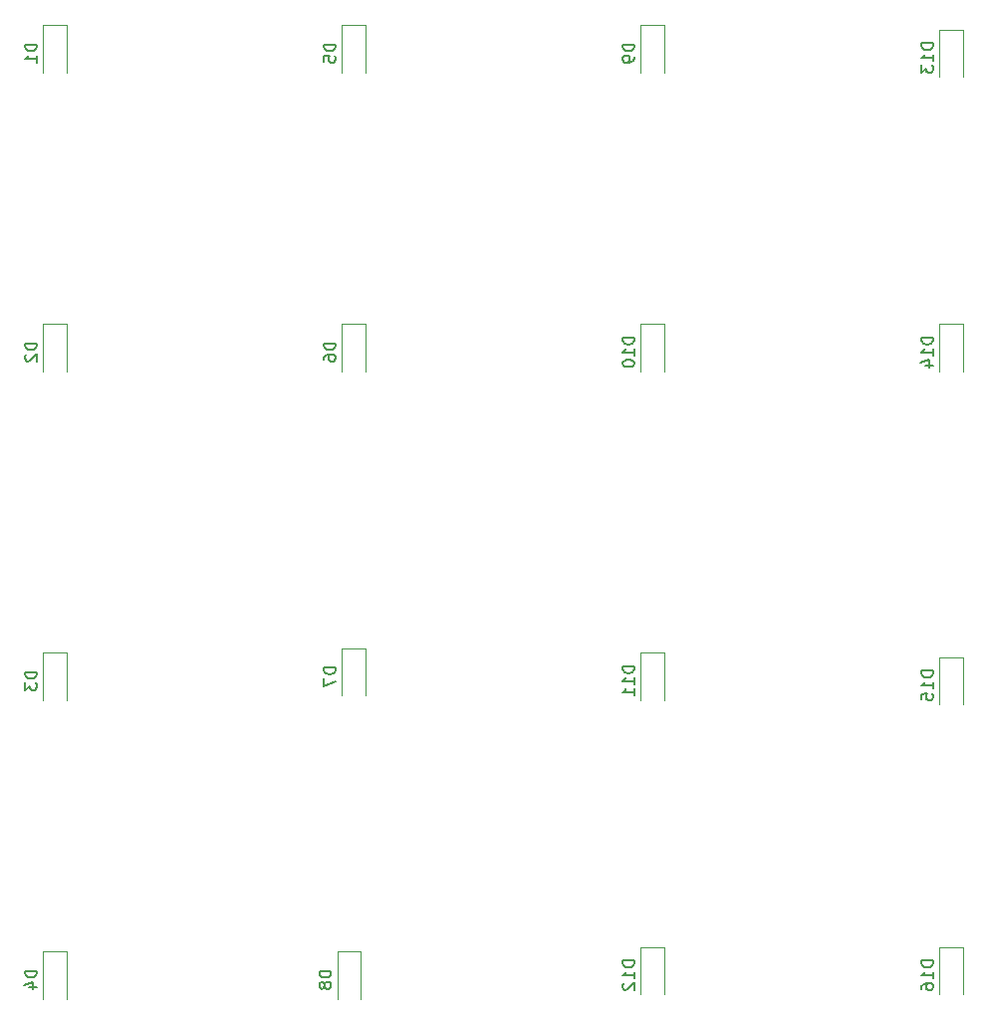
<source format=gbr>
%TF.GenerationSoftware,KiCad,Pcbnew,7.0.9-7.0.9~ubuntu22.04.1*%
%TF.CreationDate,2023-12-14T14:55:04+01:00*%
%TF.ProjectId,odooPad,6f646f6f-5061-4642-9e6b-696361645f70,rev?*%
%TF.SameCoordinates,Original*%
%TF.FileFunction,Legend,Bot*%
%TF.FilePolarity,Positive*%
%FSLAX46Y46*%
G04 Gerber Fmt 4.6, Leading zero omitted, Abs format (unit mm)*
G04 Created by KiCad (PCBNEW 7.0.9-7.0.9~ubuntu22.04.1) date 2023-12-14 14:55:04*
%MOMM*%
%LPD*%
G01*
G04 APERTURE LIST*
%ADD10C,0.150000*%
%ADD11C,0.120000*%
G04 APERTURE END LIST*
D10*
X143234819Y-50061905D02*
X142234819Y-50061905D01*
X142234819Y-50061905D02*
X142234819Y-50300000D01*
X142234819Y-50300000D02*
X142282438Y-50442857D01*
X142282438Y-50442857D02*
X142377676Y-50538095D01*
X142377676Y-50538095D02*
X142472914Y-50585714D01*
X142472914Y-50585714D02*
X142663390Y-50633333D01*
X142663390Y-50633333D02*
X142806247Y-50633333D01*
X142806247Y-50633333D02*
X142996723Y-50585714D01*
X142996723Y-50585714D02*
X143091961Y-50538095D01*
X143091961Y-50538095D02*
X143187200Y-50442857D01*
X143187200Y-50442857D02*
X143234819Y-50300000D01*
X143234819Y-50300000D02*
X143234819Y-50061905D01*
X143234819Y-51109524D02*
X143234819Y-51300000D01*
X143234819Y-51300000D02*
X143187200Y-51395238D01*
X143187200Y-51395238D02*
X143139580Y-51442857D01*
X143139580Y-51442857D02*
X142996723Y-51538095D01*
X142996723Y-51538095D02*
X142806247Y-51585714D01*
X142806247Y-51585714D02*
X142425295Y-51585714D01*
X142425295Y-51585714D02*
X142330057Y-51538095D01*
X142330057Y-51538095D02*
X142282438Y-51490476D01*
X142282438Y-51490476D02*
X142234819Y-51395238D01*
X142234819Y-51395238D02*
X142234819Y-51204762D01*
X142234819Y-51204762D02*
X142282438Y-51109524D01*
X142282438Y-51109524D02*
X142330057Y-51061905D01*
X142330057Y-51061905D02*
X142425295Y-51014286D01*
X142425295Y-51014286D02*
X142663390Y-51014286D01*
X142663390Y-51014286D02*
X142758628Y-51061905D01*
X142758628Y-51061905D02*
X142806247Y-51109524D01*
X142806247Y-51109524D02*
X142853866Y-51204762D01*
X142853866Y-51204762D02*
X142853866Y-51395238D01*
X142853866Y-51395238D02*
X142806247Y-51490476D01*
X142806247Y-51490476D02*
X142758628Y-51538095D01*
X142758628Y-51538095D02*
X142663390Y-51585714D01*
X117834819Y-75461905D02*
X116834819Y-75461905D01*
X116834819Y-75461905D02*
X116834819Y-75700000D01*
X116834819Y-75700000D02*
X116882438Y-75842857D01*
X116882438Y-75842857D02*
X116977676Y-75938095D01*
X116977676Y-75938095D02*
X117072914Y-75985714D01*
X117072914Y-75985714D02*
X117263390Y-76033333D01*
X117263390Y-76033333D02*
X117406247Y-76033333D01*
X117406247Y-76033333D02*
X117596723Y-75985714D01*
X117596723Y-75985714D02*
X117691961Y-75938095D01*
X117691961Y-75938095D02*
X117787200Y-75842857D01*
X117787200Y-75842857D02*
X117834819Y-75700000D01*
X117834819Y-75700000D02*
X117834819Y-75461905D01*
X116834819Y-76890476D02*
X116834819Y-76700000D01*
X116834819Y-76700000D02*
X116882438Y-76604762D01*
X116882438Y-76604762D02*
X116930057Y-76557143D01*
X116930057Y-76557143D02*
X117072914Y-76461905D01*
X117072914Y-76461905D02*
X117263390Y-76414286D01*
X117263390Y-76414286D02*
X117644342Y-76414286D01*
X117644342Y-76414286D02*
X117739580Y-76461905D01*
X117739580Y-76461905D02*
X117787200Y-76509524D01*
X117787200Y-76509524D02*
X117834819Y-76604762D01*
X117834819Y-76604762D02*
X117834819Y-76795238D01*
X117834819Y-76795238D02*
X117787200Y-76890476D01*
X117787200Y-76890476D02*
X117739580Y-76938095D01*
X117739580Y-76938095D02*
X117644342Y-76985714D01*
X117644342Y-76985714D02*
X117406247Y-76985714D01*
X117406247Y-76985714D02*
X117311009Y-76938095D01*
X117311009Y-76938095D02*
X117263390Y-76890476D01*
X117263390Y-76890476D02*
X117215771Y-76795238D01*
X117215771Y-76795238D02*
X117215771Y-76604762D01*
X117215771Y-76604762D02*
X117263390Y-76509524D01*
X117263390Y-76509524D02*
X117311009Y-76461905D01*
X117311009Y-76461905D02*
X117406247Y-76414286D01*
X92434819Y-103401905D02*
X91434819Y-103401905D01*
X91434819Y-103401905D02*
X91434819Y-103640000D01*
X91434819Y-103640000D02*
X91482438Y-103782857D01*
X91482438Y-103782857D02*
X91577676Y-103878095D01*
X91577676Y-103878095D02*
X91672914Y-103925714D01*
X91672914Y-103925714D02*
X91863390Y-103973333D01*
X91863390Y-103973333D02*
X92006247Y-103973333D01*
X92006247Y-103973333D02*
X92196723Y-103925714D01*
X92196723Y-103925714D02*
X92291961Y-103878095D01*
X92291961Y-103878095D02*
X92387200Y-103782857D01*
X92387200Y-103782857D02*
X92434819Y-103640000D01*
X92434819Y-103640000D02*
X92434819Y-103401905D01*
X91434819Y-104306667D02*
X91434819Y-104925714D01*
X91434819Y-104925714D02*
X91815771Y-104592381D01*
X91815771Y-104592381D02*
X91815771Y-104735238D01*
X91815771Y-104735238D02*
X91863390Y-104830476D01*
X91863390Y-104830476D02*
X91911009Y-104878095D01*
X91911009Y-104878095D02*
X92006247Y-104925714D01*
X92006247Y-104925714D02*
X92244342Y-104925714D01*
X92244342Y-104925714D02*
X92339580Y-104878095D01*
X92339580Y-104878095D02*
X92387200Y-104830476D01*
X92387200Y-104830476D02*
X92434819Y-104735238D01*
X92434819Y-104735238D02*
X92434819Y-104449524D01*
X92434819Y-104449524D02*
X92387200Y-104354286D01*
X92387200Y-104354286D02*
X92339580Y-104306667D01*
X168634819Y-103305714D02*
X167634819Y-103305714D01*
X167634819Y-103305714D02*
X167634819Y-103543809D01*
X167634819Y-103543809D02*
X167682438Y-103686666D01*
X167682438Y-103686666D02*
X167777676Y-103781904D01*
X167777676Y-103781904D02*
X167872914Y-103829523D01*
X167872914Y-103829523D02*
X168063390Y-103877142D01*
X168063390Y-103877142D02*
X168206247Y-103877142D01*
X168206247Y-103877142D02*
X168396723Y-103829523D01*
X168396723Y-103829523D02*
X168491961Y-103781904D01*
X168491961Y-103781904D02*
X168587200Y-103686666D01*
X168587200Y-103686666D02*
X168634819Y-103543809D01*
X168634819Y-103543809D02*
X168634819Y-103305714D01*
X168634819Y-104829523D02*
X168634819Y-104258095D01*
X168634819Y-104543809D02*
X167634819Y-104543809D01*
X167634819Y-104543809D02*
X167777676Y-104448571D01*
X167777676Y-104448571D02*
X167872914Y-104353333D01*
X167872914Y-104353333D02*
X167920533Y-104258095D01*
X167634819Y-105734285D02*
X167634819Y-105258095D01*
X167634819Y-105258095D02*
X168111009Y-105210476D01*
X168111009Y-105210476D02*
X168063390Y-105258095D01*
X168063390Y-105258095D02*
X168015771Y-105353333D01*
X168015771Y-105353333D02*
X168015771Y-105591428D01*
X168015771Y-105591428D02*
X168063390Y-105686666D01*
X168063390Y-105686666D02*
X168111009Y-105734285D01*
X168111009Y-105734285D02*
X168206247Y-105781904D01*
X168206247Y-105781904D02*
X168444342Y-105781904D01*
X168444342Y-105781904D02*
X168539580Y-105734285D01*
X168539580Y-105734285D02*
X168587200Y-105686666D01*
X168587200Y-105686666D02*
X168634819Y-105591428D01*
X168634819Y-105591428D02*
X168634819Y-105353333D01*
X168634819Y-105353333D02*
X168587200Y-105258095D01*
X168587200Y-105258095D02*
X168539580Y-105210476D01*
X117834819Y-50061905D02*
X116834819Y-50061905D01*
X116834819Y-50061905D02*
X116834819Y-50300000D01*
X116834819Y-50300000D02*
X116882438Y-50442857D01*
X116882438Y-50442857D02*
X116977676Y-50538095D01*
X116977676Y-50538095D02*
X117072914Y-50585714D01*
X117072914Y-50585714D02*
X117263390Y-50633333D01*
X117263390Y-50633333D02*
X117406247Y-50633333D01*
X117406247Y-50633333D02*
X117596723Y-50585714D01*
X117596723Y-50585714D02*
X117691961Y-50538095D01*
X117691961Y-50538095D02*
X117787200Y-50442857D01*
X117787200Y-50442857D02*
X117834819Y-50300000D01*
X117834819Y-50300000D02*
X117834819Y-50061905D01*
X116834819Y-51538095D02*
X116834819Y-51061905D01*
X116834819Y-51061905D02*
X117311009Y-51014286D01*
X117311009Y-51014286D02*
X117263390Y-51061905D01*
X117263390Y-51061905D02*
X117215771Y-51157143D01*
X117215771Y-51157143D02*
X117215771Y-51395238D01*
X117215771Y-51395238D02*
X117263390Y-51490476D01*
X117263390Y-51490476D02*
X117311009Y-51538095D01*
X117311009Y-51538095D02*
X117406247Y-51585714D01*
X117406247Y-51585714D02*
X117644342Y-51585714D01*
X117644342Y-51585714D02*
X117739580Y-51538095D01*
X117739580Y-51538095D02*
X117787200Y-51490476D01*
X117787200Y-51490476D02*
X117834819Y-51395238D01*
X117834819Y-51395238D02*
X117834819Y-51157143D01*
X117834819Y-51157143D02*
X117787200Y-51061905D01*
X117787200Y-51061905D02*
X117739580Y-51014286D01*
X143234819Y-74985714D02*
X142234819Y-74985714D01*
X142234819Y-74985714D02*
X142234819Y-75223809D01*
X142234819Y-75223809D02*
X142282438Y-75366666D01*
X142282438Y-75366666D02*
X142377676Y-75461904D01*
X142377676Y-75461904D02*
X142472914Y-75509523D01*
X142472914Y-75509523D02*
X142663390Y-75557142D01*
X142663390Y-75557142D02*
X142806247Y-75557142D01*
X142806247Y-75557142D02*
X142996723Y-75509523D01*
X142996723Y-75509523D02*
X143091961Y-75461904D01*
X143091961Y-75461904D02*
X143187200Y-75366666D01*
X143187200Y-75366666D02*
X143234819Y-75223809D01*
X143234819Y-75223809D02*
X143234819Y-74985714D01*
X143234819Y-76509523D02*
X143234819Y-75938095D01*
X143234819Y-76223809D02*
X142234819Y-76223809D01*
X142234819Y-76223809D02*
X142377676Y-76128571D01*
X142377676Y-76128571D02*
X142472914Y-76033333D01*
X142472914Y-76033333D02*
X142520533Y-75938095D01*
X142234819Y-77128571D02*
X142234819Y-77223809D01*
X142234819Y-77223809D02*
X142282438Y-77319047D01*
X142282438Y-77319047D02*
X142330057Y-77366666D01*
X142330057Y-77366666D02*
X142425295Y-77414285D01*
X142425295Y-77414285D02*
X142615771Y-77461904D01*
X142615771Y-77461904D02*
X142853866Y-77461904D01*
X142853866Y-77461904D02*
X143044342Y-77414285D01*
X143044342Y-77414285D02*
X143139580Y-77366666D01*
X143139580Y-77366666D02*
X143187200Y-77319047D01*
X143187200Y-77319047D02*
X143234819Y-77223809D01*
X143234819Y-77223809D02*
X143234819Y-77128571D01*
X143234819Y-77128571D02*
X143187200Y-77033333D01*
X143187200Y-77033333D02*
X143139580Y-76985714D01*
X143139580Y-76985714D02*
X143044342Y-76938095D01*
X143044342Y-76938095D02*
X142853866Y-76890476D01*
X142853866Y-76890476D02*
X142615771Y-76890476D01*
X142615771Y-76890476D02*
X142425295Y-76938095D01*
X142425295Y-76938095D02*
X142330057Y-76985714D01*
X142330057Y-76985714D02*
X142282438Y-77033333D01*
X142282438Y-77033333D02*
X142234819Y-77128571D01*
X168634819Y-127945714D02*
X167634819Y-127945714D01*
X167634819Y-127945714D02*
X167634819Y-128183809D01*
X167634819Y-128183809D02*
X167682438Y-128326666D01*
X167682438Y-128326666D02*
X167777676Y-128421904D01*
X167777676Y-128421904D02*
X167872914Y-128469523D01*
X167872914Y-128469523D02*
X168063390Y-128517142D01*
X168063390Y-128517142D02*
X168206247Y-128517142D01*
X168206247Y-128517142D02*
X168396723Y-128469523D01*
X168396723Y-128469523D02*
X168491961Y-128421904D01*
X168491961Y-128421904D02*
X168587200Y-128326666D01*
X168587200Y-128326666D02*
X168634819Y-128183809D01*
X168634819Y-128183809D02*
X168634819Y-127945714D01*
X168634819Y-129469523D02*
X168634819Y-128898095D01*
X168634819Y-129183809D02*
X167634819Y-129183809D01*
X167634819Y-129183809D02*
X167777676Y-129088571D01*
X167777676Y-129088571D02*
X167872914Y-128993333D01*
X167872914Y-128993333D02*
X167920533Y-128898095D01*
X167634819Y-130326666D02*
X167634819Y-130136190D01*
X167634819Y-130136190D02*
X167682438Y-130040952D01*
X167682438Y-130040952D02*
X167730057Y-129993333D01*
X167730057Y-129993333D02*
X167872914Y-129898095D01*
X167872914Y-129898095D02*
X168063390Y-129850476D01*
X168063390Y-129850476D02*
X168444342Y-129850476D01*
X168444342Y-129850476D02*
X168539580Y-129898095D01*
X168539580Y-129898095D02*
X168587200Y-129945714D01*
X168587200Y-129945714D02*
X168634819Y-130040952D01*
X168634819Y-130040952D02*
X168634819Y-130231428D01*
X168634819Y-130231428D02*
X168587200Y-130326666D01*
X168587200Y-130326666D02*
X168539580Y-130374285D01*
X168539580Y-130374285D02*
X168444342Y-130421904D01*
X168444342Y-130421904D02*
X168206247Y-130421904D01*
X168206247Y-130421904D02*
X168111009Y-130374285D01*
X168111009Y-130374285D02*
X168063390Y-130326666D01*
X168063390Y-130326666D02*
X168015771Y-130231428D01*
X168015771Y-130231428D02*
X168015771Y-130040952D01*
X168015771Y-130040952D02*
X168063390Y-129945714D01*
X168063390Y-129945714D02*
X168111009Y-129898095D01*
X168111009Y-129898095D02*
X168206247Y-129850476D01*
X117454819Y-128801905D02*
X116454819Y-128801905D01*
X116454819Y-128801905D02*
X116454819Y-129040000D01*
X116454819Y-129040000D02*
X116502438Y-129182857D01*
X116502438Y-129182857D02*
X116597676Y-129278095D01*
X116597676Y-129278095D02*
X116692914Y-129325714D01*
X116692914Y-129325714D02*
X116883390Y-129373333D01*
X116883390Y-129373333D02*
X117026247Y-129373333D01*
X117026247Y-129373333D02*
X117216723Y-129325714D01*
X117216723Y-129325714D02*
X117311961Y-129278095D01*
X117311961Y-129278095D02*
X117407200Y-129182857D01*
X117407200Y-129182857D02*
X117454819Y-129040000D01*
X117454819Y-129040000D02*
X117454819Y-128801905D01*
X116883390Y-129944762D02*
X116835771Y-129849524D01*
X116835771Y-129849524D02*
X116788152Y-129801905D01*
X116788152Y-129801905D02*
X116692914Y-129754286D01*
X116692914Y-129754286D02*
X116645295Y-129754286D01*
X116645295Y-129754286D02*
X116550057Y-129801905D01*
X116550057Y-129801905D02*
X116502438Y-129849524D01*
X116502438Y-129849524D02*
X116454819Y-129944762D01*
X116454819Y-129944762D02*
X116454819Y-130135238D01*
X116454819Y-130135238D02*
X116502438Y-130230476D01*
X116502438Y-130230476D02*
X116550057Y-130278095D01*
X116550057Y-130278095D02*
X116645295Y-130325714D01*
X116645295Y-130325714D02*
X116692914Y-130325714D01*
X116692914Y-130325714D02*
X116788152Y-130278095D01*
X116788152Y-130278095D02*
X116835771Y-130230476D01*
X116835771Y-130230476D02*
X116883390Y-130135238D01*
X116883390Y-130135238D02*
X116883390Y-129944762D01*
X116883390Y-129944762D02*
X116931009Y-129849524D01*
X116931009Y-129849524D02*
X116978628Y-129801905D01*
X116978628Y-129801905D02*
X117073866Y-129754286D01*
X117073866Y-129754286D02*
X117264342Y-129754286D01*
X117264342Y-129754286D02*
X117359580Y-129801905D01*
X117359580Y-129801905D02*
X117407200Y-129849524D01*
X117407200Y-129849524D02*
X117454819Y-129944762D01*
X117454819Y-129944762D02*
X117454819Y-130135238D01*
X117454819Y-130135238D02*
X117407200Y-130230476D01*
X117407200Y-130230476D02*
X117359580Y-130278095D01*
X117359580Y-130278095D02*
X117264342Y-130325714D01*
X117264342Y-130325714D02*
X117073866Y-130325714D01*
X117073866Y-130325714D02*
X116978628Y-130278095D01*
X116978628Y-130278095D02*
X116931009Y-130230476D01*
X116931009Y-130230476D02*
X116883390Y-130135238D01*
X143234819Y-102925714D02*
X142234819Y-102925714D01*
X142234819Y-102925714D02*
X142234819Y-103163809D01*
X142234819Y-103163809D02*
X142282438Y-103306666D01*
X142282438Y-103306666D02*
X142377676Y-103401904D01*
X142377676Y-103401904D02*
X142472914Y-103449523D01*
X142472914Y-103449523D02*
X142663390Y-103497142D01*
X142663390Y-103497142D02*
X142806247Y-103497142D01*
X142806247Y-103497142D02*
X142996723Y-103449523D01*
X142996723Y-103449523D02*
X143091961Y-103401904D01*
X143091961Y-103401904D02*
X143187200Y-103306666D01*
X143187200Y-103306666D02*
X143234819Y-103163809D01*
X143234819Y-103163809D02*
X143234819Y-102925714D01*
X143234819Y-104449523D02*
X143234819Y-103878095D01*
X143234819Y-104163809D02*
X142234819Y-104163809D01*
X142234819Y-104163809D02*
X142377676Y-104068571D01*
X142377676Y-104068571D02*
X142472914Y-103973333D01*
X142472914Y-103973333D02*
X142520533Y-103878095D01*
X143234819Y-105401904D02*
X143234819Y-104830476D01*
X143234819Y-105116190D02*
X142234819Y-105116190D01*
X142234819Y-105116190D02*
X142377676Y-105020952D01*
X142377676Y-105020952D02*
X142472914Y-104925714D01*
X142472914Y-104925714D02*
X142520533Y-104830476D01*
X92434819Y-50061905D02*
X91434819Y-50061905D01*
X91434819Y-50061905D02*
X91434819Y-50300000D01*
X91434819Y-50300000D02*
X91482438Y-50442857D01*
X91482438Y-50442857D02*
X91577676Y-50538095D01*
X91577676Y-50538095D02*
X91672914Y-50585714D01*
X91672914Y-50585714D02*
X91863390Y-50633333D01*
X91863390Y-50633333D02*
X92006247Y-50633333D01*
X92006247Y-50633333D02*
X92196723Y-50585714D01*
X92196723Y-50585714D02*
X92291961Y-50538095D01*
X92291961Y-50538095D02*
X92387200Y-50442857D01*
X92387200Y-50442857D02*
X92434819Y-50300000D01*
X92434819Y-50300000D02*
X92434819Y-50061905D01*
X92434819Y-51585714D02*
X92434819Y-51014286D01*
X92434819Y-51300000D02*
X91434819Y-51300000D01*
X91434819Y-51300000D02*
X91577676Y-51204762D01*
X91577676Y-51204762D02*
X91672914Y-51109524D01*
X91672914Y-51109524D02*
X91720533Y-51014286D01*
X143234819Y-127945714D02*
X142234819Y-127945714D01*
X142234819Y-127945714D02*
X142234819Y-128183809D01*
X142234819Y-128183809D02*
X142282438Y-128326666D01*
X142282438Y-128326666D02*
X142377676Y-128421904D01*
X142377676Y-128421904D02*
X142472914Y-128469523D01*
X142472914Y-128469523D02*
X142663390Y-128517142D01*
X142663390Y-128517142D02*
X142806247Y-128517142D01*
X142806247Y-128517142D02*
X142996723Y-128469523D01*
X142996723Y-128469523D02*
X143091961Y-128421904D01*
X143091961Y-128421904D02*
X143187200Y-128326666D01*
X143187200Y-128326666D02*
X143234819Y-128183809D01*
X143234819Y-128183809D02*
X143234819Y-127945714D01*
X143234819Y-129469523D02*
X143234819Y-128898095D01*
X143234819Y-129183809D02*
X142234819Y-129183809D01*
X142234819Y-129183809D02*
X142377676Y-129088571D01*
X142377676Y-129088571D02*
X142472914Y-128993333D01*
X142472914Y-128993333D02*
X142520533Y-128898095D01*
X142330057Y-129850476D02*
X142282438Y-129898095D01*
X142282438Y-129898095D02*
X142234819Y-129993333D01*
X142234819Y-129993333D02*
X142234819Y-130231428D01*
X142234819Y-130231428D02*
X142282438Y-130326666D01*
X142282438Y-130326666D02*
X142330057Y-130374285D01*
X142330057Y-130374285D02*
X142425295Y-130421904D01*
X142425295Y-130421904D02*
X142520533Y-130421904D01*
X142520533Y-130421904D02*
X142663390Y-130374285D01*
X142663390Y-130374285D02*
X143234819Y-129802857D01*
X143234819Y-129802857D02*
X143234819Y-130421904D01*
X168634819Y-49965714D02*
X167634819Y-49965714D01*
X167634819Y-49965714D02*
X167634819Y-50203809D01*
X167634819Y-50203809D02*
X167682438Y-50346666D01*
X167682438Y-50346666D02*
X167777676Y-50441904D01*
X167777676Y-50441904D02*
X167872914Y-50489523D01*
X167872914Y-50489523D02*
X168063390Y-50537142D01*
X168063390Y-50537142D02*
X168206247Y-50537142D01*
X168206247Y-50537142D02*
X168396723Y-50489523D01*
X168396723Y-50489523D02*
X168491961Y-50441904D01*
X168491961Y-50441904D02*
X168587200Y-50346666D01*
X168587200Y-50346666D02*
X168634819Y-50203809D01*
X168634819Y-50203809D02*
X168634819Y-49965714D01*
X168634819Y-51489523D02*
X168634819Y-50918095D01*
X168634819Y-51203809D02*
X167634819Y-51203809D01*
X167634819Y-51203809D02*
X167777676Y-51108571D01*
X167777676Y-51108571D02*
X167872914Y-51013333D01*
X167872914Y-51013333D02*
X167920533Y-50918095D01*
X167634819Y-51822857D02*
X167634819Y-52441904D01*
X167634819Y-52441904D02*
X168015771Y-52108571D01*
X168015771Y-52108571D02*
X168015771Y-52251428D01*
X168015771Y-52251428D02*
X168063390Y-52346666D01*
X168063390Y-52346666D02*
X168111009Y-52394285D01*
X168111009Y-52394285D02*
X168206247Y-52441904D01*
X168206247Y-52441904D02*
X168444342Y-52441904D01*
X168444342Y-52441904D02*
X168539580Y-52394285D01*
X168539580Y-52394285D02*
X168587200Y-52346666D01*
X168587200Y-52346666D02*
X168634819Y-52251428D01*
X168634819Y-52251428D02*
X168634819Y-51965714D01*
X168634819Y-51965714D02*
X168587200Y-51870476D01*
X168587200Y-51870476D02*
X168539580Y-51822857D01*
X117834819Y-103021905D02*
X116834819Y-103021905D01*
X116834819Y-103021905D02*
X116834819Y-103260000D01*
X116834819Y-103260000D02*
X116882438Y-103402857D01*
X116882438Y-103402857D02*
X116977676Y-103498095D01*
X116977676Y-103498095D02*
X117072914Y-103545714D01*
X117072914Y-103545714D02*
X117263390Y-103593333D01*
X117263390Y-103593333D02*
X117406247Y-103593333D01*
X117406247Y-103593333D02*
X117596723Y-103545714D01*
X117596723Y-103545714D02*
X117691961Y-103498095D01*
X117691961Y-103498095D02*
X117787200Y-103402857D01*
X117787200Y-103402857D02*
X117834819Y-103260000D01*
X117834819Y-103260000D02*
X117834819Y-103021905D01*
X116834819Y-103926667D02*
X116834819Y-104593333D01*
X116834819Y-104593333D02*
X117834819Y-104164762D01*
X92434819Y-128801905D02*
X91434819Y-128801905D01*
X91434819Y-128801905D02*
X91434819Y-129040000D01*
X91434819Y-129040000D02*
X91482438Y-129182857D01*
X91482438Y-129182857D02*
X91577676Y-129278095D01*
X91577676Y-129278095D02*
X91672914Y-129325714D01*
X91672914Y-129325714D02*
X91863390Y-129373333D01*
X91863390Y-129373333D02*
X92006247Y-129373333D01*
X92006247Y-129373333D02*
X92196723Y-129325714D01*
X92196723Y-129325714D02*
X92291961Y-129278095D01*
X92291961Y-129278095D02*
X92387200Y-129182857D01*
X92387200Y-129182857D02*
X92434819Y-129040000D01*
X92434819Y-129040000D02*
X92434819Y-128801905D01*
X91768152Y-130230476D02*
X92434819Y-130230476D01*
X91387200Y-129992381D02*
X92101485Y-129754286D01*
X92101485Y-129754286D02*
X92101485Y-130373333D01*
X168634819Y-74985714D02*
X167634819Y-74985714D01*
X167634819Y-74985714D02*
X167634819Y-75223809D01*
X167634819Y-75223809D02*
X167682438Y-75366666D01*
X167682438Y-75366666D02*
X167777676Y-75461904D01*
X167777676Y-75461904D02*
X167872914Y-75509523D01*
X167872914Y-75509523D02*
X168063390Y-75557142D01*
X168063390Y-75557142D02*
X168206247Y-75557142D01*
X168206247Y-75557142D02*
X168396723Y-75509523D01*
X168396723Y-75509523D02*
X168491961Y-75461904D01*
X168491961Y-75461904D02*
X168587200Y-75366666D01*
X168587200Y-75366666D02*
X168634819Y-75223809D01*
X168634819Y-75223809D02*
X168634819Y-74985714D01*
X168634819Y-76509523D02*
X168634819Y-75938095D01*
X168634819Y-76223809D02*
X167634819Y-76223809D01*
X167634819Y-76223809D02*
X167777676Y-76128571D01*
X167777676Y-76128571D02*
X167872914Y-76033333D01*
X167872914Y-76033333D02*
X167920533Y-75938095D01*
X167968152Y-77366666D02*
X168634819Y-77366666D01*
X167587200Y-77128571D02*
X168301485Y-76890476D01*
X168301485Y-76890476D02*
X168301485Y-77509523D01*
X92434819Y-75461905D02*
X91434819Y-75461905D01*
X91434819Y-75461905D02*
X91434819Y-75700000D01*
X91434819Y-75700000D02*
X91482438Y-75842857D01*
X91482438Y-75842857D02*
X91577676Y-75938095D01*
X91577676Y-75938095D02*
X91672914Y-75985714D01*
X91672914Y-75985714D02*
X91863390Y-76033333D01*
X91863390Y-76033333D02*
X92006247Y-76033333D01*
X92006247Y-76033333D02*
X92196723Y-75985714D01*
X92196723Y-75985714D02*
X92291961Y-75938095D01*
X92291961Y-75938095D02*
X92387200Y-75842857D01*
X92387200Y-75842857D02*
X92434819Y-75700000D01*
X92434819Y-75700000D02*
X92434819Y-75461905D01*
X91530057Y-76414286D02*
X91482438Y-76461905D01*
X91482438Y-76461905D02*
X91434819Y-76557143D01*
X91434819Y-76557143D02*
X91434819Y-76795238D01*
X91434819Y-76795238D02*
X91482438Y-76890476D01*
X91482438Y-76890476D02*
X91530057Y-76938095D01*
X91530057Y-76938095D02*
X91625295Y-76985714D01*
X91625295Y-76985714D02*
X91720533Y-76985714D01*
X91720533Y-76985714D02*
X91863390Y-76938095D01*
X91863390Y-76938095D02*
X92434819Y-76366667D01*
X92434819Y-76366667D02*
X92434819Y-76985714D01*
D11*
%TO.C,D9*%
X145780000Y-48440000D02*
X145780000Y-52450000D01*
X143780000Y-48440000D02*
X145780000Y-48440000D01*
X143780000Y-48440000D02*
X143780000Y-52450000D01*
%TO.C,D6*%
X120380000Y-73840000D02*
X120380000Y-77850000D01*
X118380000Y-73840000D02*
X120380000Y-73840000D01*
X118380000Y-73840000D02*
X118380000Y-77850000D01*
%TO.C,D3*%
X94980000Y-101780000D02*
X94980000Y-105790000D01*
X92980000Y-101780000D02*
X94980000Y-101780000D01*
X92980000Y-101780000D02*
X92980000Y-105790000D01*
%TO.C,D15*%
X171180000Y-102160000D02*
X171180000Y-106170000D01*
X169180000Y-102160000D02*
X171180000Y-102160000D01*
X169180000Y-102160000D02*
X169180000Y-106170000D01*
%TO.C,D5*%
X118380000Y-48440000D02*
X118380000Y-52450000D01*
X118380000Y-48440000D02*
X120380000Y-48440000D01*
X120380000Y-48440000D02*
X120380000Y-52450000D01*
%TO.C,D10*%
X145780000Y-73840000D02*
X145780000Y-77850000D01*
X143780000Y-73840000D02*
X145780000Y-73840000D01*
X143780000Y-73840000D02*
X143780000Y-77850000D01*
%TO.C,D16*%
X171180000Y-126800000D02*
X171180000Y-130810000D01*
X169180000Y-126800000D02*
X171180000Y-126800000D01*
X169180000Y-126800000D02*
X169180000Y-130810000D01*
%TO.C,D8*%
X120000000Y-127180000D02*
X120000000Y-131190000D01*
X118000000Y-127180000D02*
X120000000Y-127180000D01*
X118000000Y-127180000D02*
X118000000Y-131190000D01*
%TO.C,D11*%
X145780000Y-101780000D02*
X145780000Y-105790000D01*
X143780000Y-101780000D02*
X145780000Y-101780000D01*
X143780000Y-101780000D02*
X143780000Y-105790000D01*
%TO.C,D1*%
X92980000Y-48440000D02*
X92980000Y-52450000D01*
X92980000Y-48440000D02*
X94980000Y-48440000D01*
X94980000Y-48440000D02*
X94980000Y-52450000D01*
%TO.C,D12*%
X145780000Y-126800000D02*
X145780000Y-130810000D01*
X143780000Y-126800000D02*
X145780000Y-126800000D01*
X143780000Y-126800000D02*
X143780000Y-130810000D01*
%TO.C,D13*%
X171180000Y-48820000D02*
X171180000Y-52830000D01*
X169180000Y-48820000D02*
X171180000Y-48820000D01*
X169180000Y-48820000D02*
X169180000Y-52830000D01*
%TO.C,D7*%
X120380000Y-101400000D02*
X120380000Y-105410000D01*
X118380000Y-101400000D02*
X120380000Y-101400000D01*
X118380000Y-101400000D02*
X118380000Y-105410000D01*
%TO.C,D4*%
X94980000Y-127180000D02*
X94980000Y-131190000D01*
X92980000Y-127180000D02*
X94980000Y-127180000D01*
X92980000Y-127180000D02*
X92980000Y-131190000D01*
%TO.C,D14*%
X171180000Y-73840000D02*
X171180000Y-77850000D01*
X169180000Y-73840000D02*
X171180000Y-73840000D01*
X169180000Y-73840000D02*
X169180000Y-77850000D01*
%TO.C,D2*%
X94980000Y-73840000D02*
X94980000Y-77850000D01*
X92980000Y-73840000D02*
X94980000Y-73840000D01*
X92980000Y-73840000D02*
X92980000Y-77850000D01*
%TD*%
M02*

</source>
